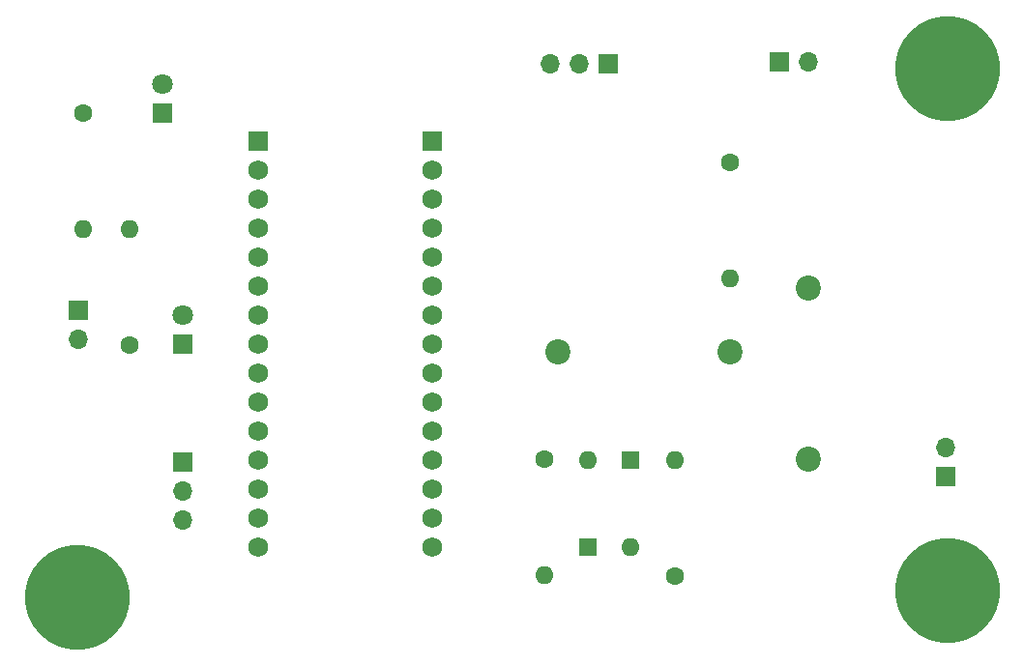
<source format=gbr>
%TF.GenerationSoftware,KiCad,Pcbnew,8.0.0*%
%TF.CreationDate,2024-05-29T15:57:02+02:00*%
%TF.ProjectId,FIR_filter_G431KB,4649525f-6669-46c7-9465-725f47343331,rev?*%
%TF.SameCoordinates,Original*%
%TF.FileFunction,Soldermask,Bot*%
%TF.FilePolarity,Negative*%
%FSLAX46Y46*%
G04 Gerber Fmt 4.6, Leading zero omitted, Abs format (unit mm)*
G04 Created by KiCad (PCBNEW 8.0.0) date 2024-05-29 15:57:02*
%MOMM*%
%LPD*%
G01*
G04 APERTURE LIST*
G04 Aperture macros list*
%AMRoundRect*
0 Rectangle with rounded corners*
0 $1 Rounding radius*
0 $2 $3 $4 $5 $6 $7 $8 $9 X,Y pos of 4 corners*
0 Add a 4 corners polygon primitive as box body*
4,1,4,$2,$3,$4,$5,$6,$7,$8,$9,$2,$3,0*
0 Add four circle primitives for the rounded corners*
1,1,$1+$1,$2,$3*
1,1,$1+$1,$4,$5*
1,1,$1+$1,$6,$7*
1,1,$1+$1,$8,$9*
0 Add four rect primitives between the rounded corners*
20,1,$1+$1,$2,$3,$4,$5,0*
20,1,$1+$1,$4,$5,$6,$7,0*
20,1,$1+$1,$6,$7,$8,$9,0*
20,1,$1+$1,$8,$9,$2,$3,0*%
G04 Aperture macros list end*
%ADD10C,1.600000*%
%ADD11O,1.600000X1.600000*%
%ADD12R,1.600000X1.600000*%
%ADD13C,2.200000*%
%ADD14RoundRect,0.102000X-0.765000X-0.765000X0.765000X-0.765000X0.765000X0.765000X-0.765000X0.765000X0*%
%ADD15C,1.734000*%
%ADD16R,1.700000X1.700000*%
%ADD17O,1.700000X1.700000*%
%ADD18C,9.200000*%
%ADD19R,1.800000X1.800000*%
%ADD20C,1.800000*%
G04 APERTURE END LIST*
D10*
%TO.C,R4*%
X241300000Y-110550000D03*
D11*
X241300000Y-120710000D03*
%TD*%
D10*
%TO.C,R3*%
X184700000Y-106200000D03*
D11*
X184700000Y-116360000D03*
%TD*%
D10*
%TO.C,R1*%
X225120000Y-136560000D03*
D11*
X225120000Y-146720000D03*
%TD*%
D12*
%TO.C,D1*%
X228910000Y-144240000D03*
D11*
X228910000Y-136620000D03*
%TD*%
D10*
%TO.C,R2*%
X236500000Y-146800000D03*
D11*
X236500000Y-136640000D03*
%TD*%
D10*
%TO.C,R5*%
X188770000Y-126530000D03*
D11*
X188770000Y-116370000D03*
%TD*%
D13*
%TO.C,C1*%
X248200000Y-121550000D03*
X248200000Y-136550000D03*
%TD*%
D12*
%TO.C,D2*%
X232600000Y-136640000D03*
D11*
X232600000Y-144260000D03*
%TD*%
D14*
%TO.C,U1*%
X200060000Y-108700000D03*
D15*
X200060000Y-111240000D03*
X200060000Y-113780000D03*
X200060000Y-116320000D03*
X200060000Y-118860000D03*
X200060000Y-121400000D03*
X200060000Y-123940000D03*
X200060000Y-126480000D03*
X200060000Y-129020000D03*
X200060000Y-131560000D03*
X200060000Y-134100000D03*
X200060000Y-136640000D03*
X200060000Y-139180000D03*
X200060000Y-141720000D03*
X200060000Y-144260000D03*
D14*
X215300000Y-108700000D03*
D15*
X215300000Y-111240000D03*
X215300000Y-113780000D03*
X215300000Y-116320000D03*
X215300000Y-118860000D03*
X215300000Y-121400000D03*
X215300000Y-123940000D03*
X215300000Y-126480000D03*
X215300000Y-129020000D03*
X215300000Y-131560000D03*
X215300000Y-134100000D03*
X215300000Y-136640000D03*
X215300000Y-139180000D03*
X215300000Y-141720000D03*
X215300000Y-144260000D03*
%TD*%
D16*
%TO.C,J4*%
X184300000Y-123500000D03*
D17*
X184300000Y-126040000D03*
%TD*%
D13*
%TO.C,C2*%
X226300000Y-127100000D03*
X241300000Y-127100000D03*
%TD*%
D18*
%TO.C,*%
X260350000Y-102300000D03*
%TD*%
D16*
%TO.C,J5*%
X260200000Y-138040000D03*
D17*
X260200000Y-135500000D03*
%TD*%
D16*
%TO.C,J1*%
X193450000Y-136800000D03*
D17*
X193450000Y-139340000D03*
X193450000Y-141880000D03*
%TD*%
D18*
%TO.C,REF\u002A\u002A*%
X260350000Y-148000000D03*
%TD*%
D19*
%TO.C,D3*%
X191600000Y-106240000D03*
D20*
X191600000Y-103700000D03*
%TD*%
D16*
%TO.C,J2*%
X230700000Y-101900000D03*
D17*
X228160000Y-101900000D03*
X225620000Y-101900000D03*
%TD*%
D18*
%TO.C,REF\u002A\u002A*%
X184150000Y-148650000D03*
%TD*%
D16*
%TO.C,J3*%
X245660000Y-101700000D03*
D17*
X248200000Y-101700000D03*
%TD*%
D19*
%TO.C,D4*%
X193400000Y-126440000D03*
D20*
X193400000Y-123900000D03*
%TD*%
M02*

</source>
